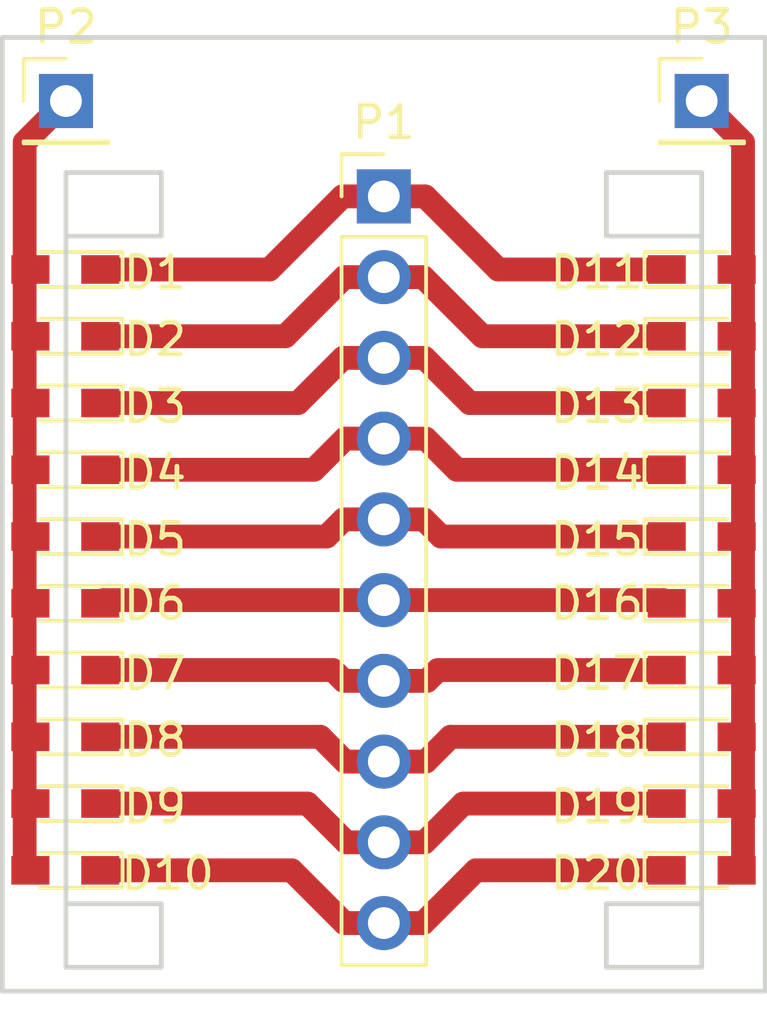
<source format=kicad_pcb>
(kicad_pcb (version 4) (host pcbnew 4.0.7)

  (general
    (links 40)
    (no_connects 18)
    (area 128.366667 84.295 172.333334 116.865)
    (thickness 1.6)
    (drawings 22)
    (tracks 64)
    (zones 0)
    (modules 23)
    (nets 13)
  )

  (page A4)
  (layers
    (0 F.Cu signal)
    (31 B.Cu signal)
    (32 B.Adhes user)
    (33 F.Adhes user)
    (34 B.Paste user)
    (35 F.Paste user)
    (36 B.SilkS user)
    (37 F.SilkS user hide)
    (38 B.Mask user)
    (39 F.Mask user)
    (40 Dwgs.User user)
    (41 Cmts.User user)
    (42 Eco1.User user)
    (43 Eco2.User user)
    (44 Edge.Cuts user)
    (45 Margin user)
    (46 B.CrtYd user)
    (47 F.CrtYd user)
    (48 B.Fab user)
    (49 F.Fab user)
  )

  (setup
    (last_trace_width 0.75)
    (trace_clearance 0.2)
    (zone_clearance 0.508)
    (zone_45_only no)
    (trace_min 0.2)
    (segment_width 0.2)
    (edge_width 0.15)
    (via_size 0.6)
    (via_drill 0.4)
    (via_min_size 0.4)
    (via_min_drill 0.3)
    (uvia_size 0.3)
    (uvia_drill 0.1)
    (uvias_allowed no)
    (uvia_min_size 0.2)
    (uvia_min_drill 0.1)
    (pcb_text_width 0.3)
    (pcb_text_size 1.5 1.5)
    (mod_edge_width 0.15)
    (mod_text_size 1 1)
    (mod_text_width 0.15)
    (pad_size 1.524 1.524)
    (pad_drill 0.762)
    (pad_to_mask_clearance 0.2)
    (aux_axis_origin 138.4 115.6)
    (visible_elements 7FFFFFFF)
    (pcbplotparams
      (layerselection 0x010f0_80000001)
      (usegerberextensions false)
      (excludeedgelayer true)
      (linewidth 0.100000)
      (plotframeref false)
      (viasonmask false)
      (mode 1)
      (useauxorigin false)
      (hpglpennumber 1)
      (hpglpenspeed 20)
      (hpglpendiameter 15)
      (hpglpenoverlay 2)
      (psnegative false)
      (psa4output false)
      (plotreference true)
      (plotvalue true)
      (plotinvisibletext false)
      (padsonsilk false)
      (subtractmaskfromsilk false)
      (outputformat 4)
      (mirror false)
      (drillshape 0)
      (scaleselection 1)
      (outputdirectory export))
  )

  (net 0 "")
  (net 1 "Net-(D1-Pad2)")
  (net 2 DGT0)
  (net 3 DGT1)
  (net 4 DGT2)
  (net 5 DGT3)
  (net 6 DGT4)
  (net 7 DGT5)
  (net 8 DGT6)
  (net 9 DGT7)
  (net 10 DGT8)
  (net 11 DGT9)
  (net 12 "Net-(D11-Pad2)")

  (net_class Default "This is the default net class."
    (clearance 0.2)
    (trace_width 0.75)
    (via_dia 0.6)
    (via_drill 0.4)
    (uvia_dia 0.3)
    (uvia_drill 0.1)
    (add_net DGT0)
    (add_net DGT1)
    (add_net DGT2)
    (add_net DGT3)
    (add_net DGT4)
    (add_net DGT5)
    (add_net DGT6)
    (add_net DGT7)
    (add_net DGT8)
    (add_net DGT9)
    (add_net "Net-(D1-Pad2)")
    (add_net "Net-(D11-Pad2)")
  )

  (module LEDs:LED_0603_HandSoldering (layer F.Cu) (tedit 5B4BA356) (tstamp 5ABFA85C)
    (at 140.381 92.9 180)
    (descr "LED SMD 0603, hand soldering")
    (tags "LED 0603")
    (path /5B4B8258)
    (attr smd)
    (fp_text reference D1 (at -2.819 -0.1 180) (layer F.SilkS)
      (effects (font (size 1 1) (thickness 0.15)))
    )
    (fp_text value Led_Small (at 6.181 0 180) (layer F.Fab) hide
      (effects (font (size 1 1) (thickness 0.15)))
    )
    (fp_line (start -1.8 -0.55) (end -1.8 0.55) (layer F.SilkS) (width 0.12))
    (fp_line (start -0.2 -0.2) (end -0.2 0.2) (layer F.Fab) (width 0.1))
    (fp_line (start -0.15 0) (end 0.15 -0.2) (layer F.Fab) (width 0.1))
    (fp_line (start 0.15 0.2) (end -0.15 0) (layer F.Fab) (width 0.1))
    (fp_line (start 0.15 -0.2) (end 0.15 0.2) (layer F.Fab) (width 0.1))
    (fp_line (start 0.8 0.4) (end -0.8 0.4) (layer F.Fab) (width 0.1))
    (fp_line (start 0.8 -0.4) (end 0.8 0.4) (layer F.Fab) (width 0.1))
    (fp_line (start -0.8 -0.4) (end 0.8 -0.4) (layer F.Fab) (width 0.1))
    (fp_line (start -1.8 0.55) (end 0.8 0.55) (layer F.SilkS) (width 0.12))
    (fp_line (start -1.8 -0.55) (end 0.8 -0.55) (layer F.SilkS) (width 0.12))
    (fp_line (start -1.96 -0.7) (end 1.95 -0.7) (layer F.CrtYd) (width 0.05))
    (fp_line (start -1.96 -0.7) (end -1.96 0.7) (layer F.CrtYd) (width 0.05))
    (fp_line (start 1.95 0.7) (end 1.95 -0.7) (layer F.CrtYd) (width 0.05))
    (fp_line (start 1.95 0.7) (end -1.96 0.7) (layer F.CrtYd) (width 0.05))
    (fp_line (start -0.8 -0.4) (end -0.8 0.4) (layer F.Fab) (width 0.1))
    (pad 1 smd rect (at -1.1 0 180) (size 1.2 0.9) (layers F.Cu F.Paste F.Mask)
      (net 2 DGT0))
    (pad 2 smd rect (at 1.1 0 180) (size 1.2 0.9) (layers F.Cu F.Paste F.Mask)
      (net 1 "Net-(D1-Pad2)"))
    (model ${KISYS3DMOD}/LEDs.3dshapes/LED_0603.wrl
      (at (xyz 0 0 0))
      (scale (xyz 1 1 1))
      (rotate (xyz 0 0 180))
    )
  )

  (module LEDs:LED_0603_HandSoldering (layer F.Cu) (tedit 5B4BA35E) (tstamp 5ABFA862)
    (at 140.381 95 180)
    (descr "LED SMD 0603, hand soldering")
    (tags "LED 0603")
    (path /5B4B825E)
    (attr smd)
    (fp_text reference D2 (at -2.819 -0.1 180) (layer F.SilkS)
      (effects (font (size 1 1) (thickness 0.15)))
    )
    (fp_text value Led_Small (at 6.181 -0.2 180) (layer F.Fab) hide
      (effects (font (size 1 1) (thickness 0.15)))
    )
    (fp_line (start -1.8 -0.55) (end -1.8 0.55) (layer F.SilkS) (width 0.12))
    (fp_line (start -0.2 -0.2) (end -0.2 0.2) (layer F.Fab) (width 0.1))
    (fp_line (start -0.15 0) (end 0.15 -0.2) (layer F.Fab) (width 0.1))
    (fp_line (start 0.15 0.2) (end -0.15 0) (layer F.Fab) (width 0.1))
    (fp_line (start 0.15 -0.2) (end 0.15 0.2) (layer F.Fab) (width 0.1))
    (fp_line (start 0.8 0.4) (end -0.8 0.4) (layer F.Fab) (width 0.1))
    (fp_line (start 0.8 -0.4) (end 0.8 0.4) (layer F.Fab) (width 0.1))
    (fp_line (start -0.8 -0.4) (end 0.8 -0.4) (layer F.Fab) (width 0.1))
    (fp_line (start -1.8 0.55) (end 0.8 0.55) (layer F.SilkS) (width 0.12))
    (fp_line (start -1.8 -0.55) (end 0.8 -0.55) (layer F.SilkS) (width 0.12))
    (fp_line (start -1.96 -0.7) (end 1.95 -0.7) (layer F.CrtYd) (width 0.05))
    (fp_line (start -1.96 -0.7) (end -1.96 0.7) (layer F.CrtYd) (width 0.05))
    (fp_line (start 1.95 0.7) (end 1.95 -0.7) (layer F.CrtYd) (width 0.05))
    (fp_line (start 1.95 0.7) (end -1.96 0.7) (layer F.CrtYd) (width 0.05))
    (fp_line (start -0.8 -0.4) (end -0.8 0.4) (layer F.Fab) (width 0.1))
    (pad 1 smd rect (at -1.1 0 180) (size 1.2 0.9) (layers F.Cu F.Paste F.Mask)
      (net 3 DGT1))
    (pad 2 smd rect (at 1.1 0 180) (size 1.2 0.9) (layers F.Cu F.Paste F.Mask)
      (net 1 "Net-(D1-Pad2)"))
    (model ${KISYS3DMOD}/LEDs.3dshapes/LED_0603.wrl
      (at (xyz 0 0 0))
      (scale (xyz 1 1 1))
      (rotate (xyz 0 0 180))
    )
  )

  (module LEDs:LED_0603_HandSoldering (layer F.Cu) (tedit 5B4BA34B) (tstamp 5ABFA868)
    (at 140.381 97.1 180)
    (descr "LED SMD 0603, hand soldering")
    (tags "LED 0603")
    (path /5B4B8264)
    (attr smd)
    (fp_text reference D3 (at -2.819 -0.1 180) (layer F.SilkS)
      (effects (font (size 1 1) (thickness 0.15)))
    )
    (fp_text value Led_Small (at 6.181 -0.3 180) (layer F.Fab) hide
      (effects (font (size 1 1) (thickness 0.15)))
    )
    (fp_line (start -1.8 -0.55) (end -1.8 0.55) (layer F.SilkS) (width 0.12))
    (fp_line (start -0.2 -0.2) (end -0.2 0.2) (layer F.Fab) (width 0.1))
    (fp_line (start -0.15 0) (end 0.15 -0.2) (layer F.Fab) (width 0.1))
    (fp_line (start 0.15 0.2) (end -0.15 0) (layer F.Fab) (width 0.1))
    (fp_line (start 0.15 -0.2) (end 0.15 0.2) (layer F.Fab) (width 0.1))
    (fp_line (start 0.8 0.4) (end -0.8 0.4) (layer F.Fab) (width 0.1))
    (fp_line (start 0.8 -0.4) (end 0.8 0.4) (layer F.Fab) (width 0.1))
    (fp_line (start -0.8 -0.4) (end 0.8 -0.4) (layer F.Fab) (width 0.1))
    (fp_line (start -1.8 0.55) (end 0.8 0.55) (layer F.SilkS) (width 0.12))
    (fp_line (start -1.8 -0.55) (end 0.8 -0.55) (layer F.SilkS) (width 0.12))
    (fp_line (start -1.96 -0.7) (end 1.95 -0.7) (layer F.CrtYd) (width 0.05))
    (fp_line (start -1.96 -0.7) (end -1.96 0.7) (layer F.CrtYd) (width 0.05))
    (fp_line (start 1.95 0.7) (end 1.95 -0.7) (layer F.CrtYd) (width 0.05))
    (fp_line (start 1.95 0.7) (end -1.96 0.7) (layer F.CrtYd) (width 0.05))
    (fp_line (start -0.8 -0.4) (end -0.8 0.4) (layer F.Fab) (width 0.1))
    (pad 1 smd rect (at -1.1 0 180) (size 1.2 0.9) (layers F.Cu F.Paste F.Mask)
      (net 4 DGT2))
    (pad 2 smd rect (at 1.1 0 180) (size 1.2 0.9) (layers F.Cu F.Paste F.Mask)
      (net 1 "Net-(D1-Pad2)"))
    (model ${KISYS3DMOD}/LEDs.3dshapes/LED_0603.wrl
      (at (xyz 0 0 0))
      (scale (xyz 1 1 1))
      (rotate (xyz 0 0 180))
    )
  )

  (module LEDs:LED_0603_HandSoldering (layer F.Cu) (tedit 5B4BA32E) (tstamp 5ABFA86E)
    (at 140.381 99.2 180)
    (descr "LED SMD 0603, hand soldering")
    (tags "LED 0603")
    (path /5B4B826A)
    (attr smd)
    (fp_text reference D4 (at -2.819 -0.1 180) (layer F.SilkS)
      (effects (font (size 1 1) (thickness 0.15)))
    )
    (fp_text value Led_Small (at 6.181 -0.1 180) (layer F.Fab) hide
      (effects (font (size 1 1) (thickness 0.15)))
    )
    (fp_line (start -1.8 -0.55) (end -1.8 0.55) (layer F.SilkS) (width 0.12))
    (fp_line (start -0.2 -0.2) (end -0.2 0.2) (layer F.Fab) (width 0.1))
    (fp_line (start -0.15 0) (end 0.15 -0.2) (layer F.Fab) (width 0.1))
    (fp_line (start 0.15 0.2) (end -0.15 0) (layer F.Fab) (width 0.1))
    (fp_line (start 0.15 -0.2) (end 0.15 0.2) (layer F.Fab) (width 0.1))
    (fp_line (start 0.8 0.4) (end -0.8 0.4) (layer F.Fab) (width 0.1))
    (fp_line (start 0.8 -0.4) (end 0.8 0.4) (layer F.Fab) (width 0.1))
    (fp_line (start -0.8 -0.4) (end 0.8 -0.4) (layer F.Fab) (width 0.1))
    (fp_line (start -1.8 0.55) (end 0.8 0.55) (layer F.SilkS) (width 0.12))
    (fp_line (start -1.8 -0.55) (end 0.8 -0.55) (layer F.SilkS) (width 0.12))
    (fp_line (start -1.96 -0.7) (end 1.95 -0.7) (layer F.CrtYd) (width 0.05))
    (fp_line (start -1.96 -0.7) (end -1.96 0.7) (layer F.CrtYd) (width 0.05))
    (fp_line (start 1.95 0.7) (end 1.95 -0.7) (layer F.CrtYd) (width 0.05))
    (fp_line (start 1.95 0.7) (end -1.96 0.7) (layer F.CrtYd) (width 0.05))
    (fp_line (start -0.8 -0.4) (end -0.8 0.4) (layer F.Fab) (width 0.1))
    (pad 1 smd rect (at -1.1 0 180) (size 1.2 0.9) (layers F.Cu F.Paste F.Mask)
      (net 5 DGT3))
    (pad 2 smd rect (at 1.1 0 180) (size 1.2 0.9) (layers F.Cu F.Paste F.Mask)
      (net 1 "Net-(D1-Pad2)"))
    (model ${KISYS3DMOD}/LEDs.3dshapes/LED_0603.wrl
      (at (xyz 0 0 0))
      (scale (xyz 1 1 1))
      (rotate (xyz 0 0 180))
    )
  )

  (module LEDs:LED_0603_HandSoldering (layer F.Cu) (tedit 5B4BA327) (tstamp 5ABFA874)
    (at 140.381 101.3 180)
    (descr "LED SMD 0603, hand soldering")
    (tags "LED 0603")
    (path /5B4B8270)
    (attr smd)
    (fp_text reference D5 (at -2.819 -0.1 180) (layer F.SilkS)
      (effects (font (size 1 1) (thickness 0.15)))
    )
    (fp_text value Led_Small (at 6.181 -0.1 180) (layer F.Fab) hide
      (effects (font (size 1 1) (thickness 0.15)))
    )
    (fp_line (start -1.8 -0.55) (end -1.8 0.55) (layer F.SilkS) (width 0.12))
    (fp_line (start -0.2 -0.2) (end -0.2 0.2) (layer F.Fab) (width 0.1))
    (fp_line (start -0.15 0) (end 0.15 -0.2) (layer F.Fab) (width 0.1))
    (fp_line (start 0.15 0.2) (end -0.15 0) (layer F.Fab) (width 0.1))
    (fp_line (start 0.15 -0.2) (end 0.15 0.2) (layer F.Fab) (width 0.1))
    (fp_line (start 0.8 0.4) (end -0.8 0.4) (layer F.Fab) (width 0.1))
    (fp_line (start 0.8 -0.4) (end 0.8 0.4) (layer F.Fab) (width 0.1))
    (fp_line (start -0.8 -0.4) (end 0.8 -0.4) (layer F.Fab) (width 0.1))
    (fp_line (start -1.8 0.55) (end 0.8 0.55) (layer F.SilkS) (width 0.12))
    (fp_line (start -1.8 -0.55) (end 0.8 -0.55) (layer F.SilkS) (width 0.12))
    (fp_line (start -1.96 -0.7) (end 1.95 -0.7) (layer F.CrtYd) (width 0.05))
    (fp_line (start -1.96 -0.7) (end -1.96 0.7) (layer F.CrtYd) (width 0.05))
    (fp_line (start 1.95 0.7) (end 1.95 -0.7) (layer F.CrtYd) (width 0.05))
    (fp_line (start 1.95 0.7) (end -1.96 0.7) (layer F.CrtYd) (width 0.05))
    (fp_line (start -0.8 -0.4) (end -0.8 0.4) (layer F.Fab) (width 0.1))
    (pad 1 smd rect (at -1.1 0 180) (size 1.2 0.9) (layers F.Cu F.Paste F.Mask)
      (net 6 DGT4))
    (pad 2 smd rect (at 1.1 0 180) (size 1.2 0.9) (layers F.Cu F.Paste F.Mask)
      (net 1 "Net-(D1-Pad2)"))
    (model ${KISYS3DMOD}/LEDs.3dshapes/LED_0603.wrl
      (at (xyz 0 0 0))
      (scale (xyz 1 1 1))
      (rotate (xyz 0 0 180))
    )
  )

  (module LEDs:LED_0603_HandSoldering (layer F.Cu) (tedit 5B4BA321) (tstamp 5ABFA87A)
    (at 140.381 103.4 180)
    (descr "LED SMD 0603, hand soldering")
    (tags "LED 0603")
    (path /5B4B8276)
    (attr smd)
    (fp_text reference D6 (at -2.819 0 180) (layer F.SilkS)
      (effects (font (size 1 1) (thickness 0.15)))
    )
    (fp_text value Led_Small (at 6.181 -0.3 180) (layer F.Fab) hide
      (effects (font (size 1 1) (thickness 0.15)))
    )
    (fp_line (start -1.8 -0.55) (end -1.8 0.55) (layer F.SilkS) (width 0.12))
    (fp_line (start -0.2 -0.2) (end -0.2 0.2) (layer F.Fab) (width 0.1))
    (fp_line (start -0.15 0) (end 0.15 -0.2) (layer F.Fab) (width 0.1))
    (fp_line (start 0.15 0.2) (end -0.15 0) (layer F.Fab) (width 0.1))
    (fp_line (start 0.15 -0.2) (end 0.15 0.2) (layer F.Fab) (width 0.1))
    (fp_line (start 0.8 0.4) (end -0.8 0.4) (layer F.Fab) (width 0.1))
    (fp_line (start 0.8 -0.4) (end 0.8 0.4) (layer F.Fab) (width 0.1))
    (fp_line (start -0.8 -0.4) (end 0.8 -0.4) (layer F.Fab) (width 0.1))
    (fp_line (start -1.8 0.55) (end 0.8 0.55) (layer F.SilkS) (width 0.12))
    (fp_line (start -1.8 -0.55) (end 0.8 -0.55) (layer F.SilkS) (width 0.12))
    (fp_line (start -1.96 -0.7) (end 1.95 -0.7) (layer F.CrtYd) (width 0.05))
    (fp_line (start -1.96 -0.7) (end -1.96 0.7) (layer F.CrtYd) (width 0.05))
    (fp_line (start 1.95 0.7) (end 1.95 -0.7) (layer F.CrtYd) (width 0.05))
    (fp_line (start 1.95 0.7) (end -1.96 0.7) (layer F.CrtYd) (width 0.05))
    (fp_line (start -0.8 -0.4) (end -0.8 0.4) (layer F.Fab) (width 0.1))
    (pad 1 smd rect (at -1.1 0 180) (size 1.2 0.9) (layers F.Cu F.Paste F.Mask)
      (net 7 DGT5))
    (pad 2 smd rect (at 1.1 0 180) (size 1.2 0.9) (layers F.Cu F.Paste F.Mask)
      (net 1 "Net-(D1-Pad2)"))
    (model ${KISYS3DMOD}/LEDs.3dshapes/LED_0603.wrl
      (at (xyz 0 0 0))
      (scale (xyz 1 1 1))
      (rotate (xyz 0 0 180))
    )
  )

  (module LEDs:LED_0603_HandSoldering (layer F.Cu) (tedit 5B4BA368) (tstamp 5ABFA880)
    (at 140.381 105.5 180)
    (descr "LED SMD 0603, hand soldering")
    (tags "LED 0603")
    (path /5B4B827C)
    (attr smd)
    (fp_text reference D7 (at -2.819 -0.1 180) (layer F.SilkS)
      (effects (font (size 1 1) (thickness 0.15)))
    )
    (fp_text value Led_Small (at 6.181 -0.1 180) (layer F.Fab) hide
      (effects (font (size 1 1) (thickness 0.15)))
    )
    (fp_line (start -1.8 -0.55) (end -1.8 0.55) (layer F.SilkS) (width 0.12))
    (fp_line (start -0.2 -0.2) (end -0.2 0.2) (layer F.Fab) (width 0.1))
    (fp_line (start -0.15 0) (end 0.15 -0.2) (layer F.Fab) (width 0.1))
    (fp_line (start 0.15 0.2) (end -0.15 0) (layer F.Fab) (width 0.1))
    (fp_line (start 0.15 -0.2) (end 0.15 0.2) (layer F.Fab) (width 0.1))
    (fp_line (start 0.8 0.4) (end -0.8 0.4) (layer F.Fab) (width 0.1))
    (fp_line (start 0.8 -0.4) (end 0.8 0.4) (layer F.Fab) (width 0.1))
    (fp_line (start -0.8 -0.4) (end 0.8 -0.4) (layer F.Fab) (width 0.1))
    (fp_line (start -1.8 0.55) (end 0.8 0.55) (layer F.SilkS) (width 0.12))
    (fp_line (start -1.8 -0.55) (end 0.8 -0.55) (layer F.SilkS) (width 0.12))
    (fp_line (start -1.96 -0.7) (end 1.95 -0.7) (layer F.CrtYd) (width 0.05))
    (fp_line (start -1.96 -0.7) (end -1.96 0.7) (layer F.CrtYd) (width 0.05))
    (fp_line (start 1.95 0.7) (end 1.95 -0.7) (layer F.CrtYd) (width 0.05))
    (fp_line (start 1.95 0.7) (end -1.96 0.7) (layer F.CrtYd) (width 0.05))
    (fp_line (start -0.8 -0.4) (end -0.8 0.4) (layer F.Fab) (width 0.1))
    (pad 1 smd rect (at -1.1 0 180) (size 1.2 0.9) (layers F.Cu F.Paste F.Mask)
      (net 8 DGT6))
    (pad 2 smd rect (at 1.1 0 180) (size 1.2 0.9) (layers F.Cu F.Paste F.Mask)
      (net 1 "Net-(D1-Pad2)"))
    (model ${KISYS3DMOD}/LEDs.3dshapes/LED_0603.wrl
      (at (xyz 0 0 0))
      (scale (xyz 1 1 1))
      (rotate (xyz 0 0 180))
    )
  )

  (module LEDs:LED_0603_HandSoldering (layer F.Cu) (tedit 5B4BA317) (tstamp 5ABFA886)
    (at 140.381 107.6 180)
    (descr "LED SMD 0603, hand soldering")
    (tags "LED 0603")
    (path /5B4B8282)
    (attr smd)
    (fp_text reference D8 (at -2.819 -0.1 180) (layer F.SilkS)
      (effects (font (size 1 1) (thickness 0.15)))
    )
    (fp_text value Led_Small (at 6.181 -0.1 180) (layer F.Fab) hide
      (effects (font (size 1 1) (thickness 0.15)))
    )
    (fp_line (start -1.8 -0.55) (end -1.8 0.55) (layer F.SilkS) (width 0.12))
    (fp_line (start -0.2 -0.2) (end -0.2 0.2) (layer F.Fab) (width 0.1))
    (fp_line (start -0.15 0) (end 0.15 -0.2) (layer F.Fab) (width 0.1))
    (fp_line (start 0.15 0.2) (end -0.15 0) (layer F.Fab) (width 0.1))
    (fp_line (start 0.15 -0.2) (end 0.15 0.2) (layer F.Fab) (width 0.1))
    (fp_line (start 0.8 0.4) (end -0.8 0.4) (layer F.Fab) (width 0.1))
    (fp_line (start 0.8 -0.4) (end 0.8 0.4) (layer F.Fab) (width 0.1))
    (fp_line (start -0.8 -0.4) (end 0.8 -0.4) (layer F.Fab) (width 0.1))
    (fp_line (start -1.8 0.55) (end 0.8 0.55) (layer F.SilkS) (width 0.12))
    (fp_line (start -1.8 -0.55) (end 0.8 -0.55) (layer F.SilkS) (width 0.12))
    (fp_line (start -1.96 -0.7) (end 1.95 -0.7) (layer F.CrtYd) (width 0.05))
    (fp_line (start -1.96 -0.7) (end -1.96 0.7) (layer F.CrtYd) (width 0.05))
    (fp_line (start 1.95 0.7) (end 1.95 -0.7) (layer F.CrtYd) (width 0.05))
    (fp_line (start 1.95 0.7) (end -1.96 0.7) (layer F.CrtYd) (width 0.05))
    (fp_line (start -0.8 -0.4) (end -0.8 0.4) (layer F.Fab) (width 0.1))
    (pad 1 smd rect (at -1.1 0 180) (size 1.2 0.9) (layers F.Cu F.Paste F.Mask)
      (net 9 DGT7))
    (pad 2 smd rect (at 1.1 0 180) (size 1.2 0.9) (layers F.Cu F.Paste F.Mask)
      (net 1 "Net-(D1-Pad2)"))
    (model ${KISYS3DMOD}/LEDs.3dshapes/LED_0603.wrl
      (at (xyz 0 0 0))
      (scale (xyz 1 1 1))
      (rotate (xyz 0 0 180))
    )
  )

  (module LEDs:LED_0603_HandSoldering (layer F.Cu) (tedit 5B4BA311) (tstamp 5ABFA88C)
    (at 140.381 109.7 180)
    (descr "LED SMD 0603, hand soldering")
    (tags "LED 0603")
    (path /5B4B8288)
    (attr smd)
    (fp_text reference D9 (at -2.819 -0.1 180) (layer F.SilkS)
      (effects (font (size 1 1) (thickness 0.15)))
    )
    (fp_text value Led_Small (at 6.181 0 180) (layer F.Fab) hide
      (effects (font (size 1 1) (thickness 0.15)))
    )
    (fp_line (start -1.8 -0.55) (end -1.8 0.55) (layer F.SilkS) (width 0.12))
    (fp_line (start -0.2 -0.2) (end -0.2 0.2) (layer F.Fab) (width 0.1))
    (fp_line (start -0.15 0) (end 0.15 -0.2) (layer F.Fab) (width 0.1))
    (fp_line (start 0.15 0.2) (end -0.15 0) (layer F.Fab) (width 0.1))
    (fp_line (start 0.15 -0.2) (end 0.15 0.2) (layer F.Fab) (width 0.1))
    (fp_line (start 0.8 0.4) (end -0.8 0.4) (layer F.Fab) (width 0.1))
    (fp_line (start 0.8 -0.4) (end 0.8 0.4) (layer F.Fab) (width 0.1))
    (fp_line (start -0.8 -0.4) (end 0.8 -0.4) (layer F.Fab) (width 0.1))
    (fp_line (start -1.8 0.55) (end 0.8 0.55) (layer F.SilkS) (width 0.12))
    (fp_line (start -1.8 -0.55) (end 0.8 -0.55) (layer F.SilkS) (width 0.12))
    (fp_line (start -1.96 -0.7) (end 1.95 -0.7) (layer F.CrtYd) (width 0.05))
    (fp_line (start -1.96 -0.7) (end -1.96 0.7) (layer F.CrtYd) (width 0.05))
    (fp_line (start 1.95 0.7) (end 1.95 -0.7) (layer F.CrtYd) (width 0.05))
    (fp_line (start 1.95 0.7) (end -1.96 0.7) (layer F.CrtYd) (width 0.05))
    (fp_line (start -0.8 -0.4) (end -0.8 0.4) (layer F.Fab) (width 0.1))
    (pad 1 smd rect (at -1.1 0 180) (size 1.2 0.9) (layers F.Cu F.Paste F.Mask)
      (net 10 DGT8))
    (pad 2 smd rect (at 1.1 0 180) (size 1.2 0.9) (layers F.Cu F.Paste F.Mask)
      (net 1 "Net-(D1-Pad2)"))
    (model ${KISYS3DMOD}/LEDs.3dshapes/LED_0603.wrl
      (at (xyz 0 0 0))
      (scale (xyz 1 1 1))
      (rotate (xyz 0 0 180))
    )
  )

  (module LEDs:LED_0603_HandSoldering (layer F.Cu) (tedit 5B4BA30B) (tstamp 5ABFA892)
    (at 140.381 111.8 180)
    (descr "LED SMD 0603, hand soldering")
    (tags "LED 0603")
    (path /5B4B8359)
    (attr smd)
    (fp_text reference D10 (at -3.219 -0.1 180) (layer F.SilkS)
      (effects (font (size 1 1) (thickness 0.15)))
    )
    (fp_text value Led_Small (at 6.181 0.1 180) (layer F.Fab) hide
      (effects (font (size 1 1) (thickness 0.15)))
    )
    (fp_line (start -1.8 -0.55) (end -1.8 0.55) (layer F.SilkS) (width 0.12))
    (fp_line (start -0.2 -0.2) (end -0.2 0.2) (layer F.Fab) (width 0.1))
    (fp_line (start -0.15 0) (end 0.15 -0.2) (layer F.Fab) (width 0.1))
    (fp_line (start 0.15 0.2) (end -0.15 0) (layer F.Fab) (width 0.1))
    (fp_line (start 0.15 -0.2) (end 0.15 0.2) (layer F.Fab) (width 0.1))
    (fp_line (start 0.8 0.4) (end -0.8 0.4) (layer F.Fab) (width 0.1))
    (fp_line (start 0.8 -0.4) (end 0.8 0.4) (layer F.Fab) (width 0.1))
    (fp_line (start -0.8 -0.4) (end 0.8 -0.4) (layer F.Fab) (width 0.1))
    (fp_line (start -1.8 0.55) (end 0.8 0.55) (layer F.SilkS) (width 0.12))
    (fp_line (start -1.8 -0.55) (end 0.8 -0.55) (layer F.SilkS) (width 0.12))
    (fp_line (start -1.96 -0.7) (end 1.95 -0.7) (layer F.CrtYd) (width 0.05))
    (fp_line (start -1.96 -0.7) (end -1.96 0.7) (layer F.CrtYd) (width 0.05))
    (fp_line (start 1.95 0.7) (end 1.95 -0.7) (layer F.CrtYd) (width 0.05))
    (fp_line (start 1.95 0.7) (end -1.96 0.7) (layer F.CrtYd) (width 0.05))
    (fp_line (start -0.8 -0.4) (end -0.8 0.4) (layer F.Fab) (width 0.1))
    (pad 1 smd rect (at -1.1 0 180) (size 1.2 0.9) (layers F.Cu F.Paste F.Mask)
      (net 11 DGT9))
    (pad 2 smd rect (at 1.1 0 180) (size 1.2 0.9) (layers F.Cu F.Paste F.Mask)
      (net 1 "Net-(D1-Pad2)"))
    (model ${KISYS3DMOD}/LEDs.3dshapes/LED_0603.wrl
      (at (xyz 0 0 0))
      (scale (xyz 1 1 1))
      (rotate (xyz 0 0 180))
    )
  )

  (module LEDs:LED_0603_HandSoldering (layer F.Cu) (tedit 5B4BA3DB) (tstamp 5B4B8D55)
    (at 160.4 92.9)
    (descr "LED SMD 0603, hand soldering")
    (tags "LED 0603")
    (path /5B4BB261)
    (attr smd)
    (fp_text reference D11 (at -3.3 0.1) (layer F.SilkS)
      (effects (font (size 1 1) (thickness 0.15)))
    )
    (fp_text value Led_Small (at 5.8 0.1) (layer F.Fab) hide
      (effects (font (size 1 1) (thickness 0.15)))
    )
    (fp_line (start -1.8 -0.55) (end -1.8 0.55) (layer F.SilkS) (width 0.12))
    (fp_line (start -0.2 -0.2) (end -0.2 0.2) (layer F.Fab) (width 0.1))
    (fp_line (start -0.15 0) (end 0.15 -0.2) (layer F.Fab) (width 0.1))
    (fp_line (start 0.15 0.2) (end -0.15 0) (layer F.Fab) (width 0.1))
    (fp_line (start 0.15 -0.2) (end 0.15 0.2) (layer F.Fab) (width 0.1))
    (fp_line (start 0.8 0.4) (end -0.8 0.4) (layer F.Fab) (width 0.1))
    (fp_line (start 0.8 -0.4) (end 0.8 0.4) (layer F.Fab) (width 0.1))
    (fp_line (start -0.8 -0.4) (end 0.8 -0.4) (layer F.Fab) (width 0.1))
    (fp_line (start -1.8 0.55) (end 0.8 0.55) (layer F.SilkS) (width 0.12))
    (fp_line (start -1.8 -0.55) (end 0.8 -0.55) (layer F.SilkS) (width 0.12))
    (fp_line (start -1.96 -0.7) (end 1.95 -0.7) (layer F.CrtYd) (width 0.05))
    (fp_line (start -1.96 -0.7) (end -1.96 0.7) (layer F.CrtYd) (width 0.05))
    (fp_line (start 1.95 0.7) (end 1.95 -0.7) (layer F.CrtYd) (width 0.05))
    (fp_line (start 1.95 0.7) (end -1.96 0.7) (layer F.CrtYd) (width 0.05))
    (fp_line (start -0.8 -0.4) (end -0.8 0.4) (layer F.Fab) (width 0.1))
    (pad 1 smd rect (at -1.1 0) (size 1.2 0.9) (layers F.Cu F.Paste F.Mask)
      (net 2 DGT0))
    (pad 2 smd rect (at 1.1 0) (size 1.2 0.9) (layers F.Cu F.Paste F.Mask)
      (net 12 "Net-(D11-Pad2)"))
    (model ${KISYS3DMOD}/LEDs.3dshapes/LED_0603.wrl
      (at (xyz 0 0 0))
      (scale (xyz 1 1 1))
      (rotate (xyz 0 0 180))
    )
  )

  (module LEDs:LED_0603_HandSoldering (layer F.Cu) (tedit 5B4BA448) (tstamp 5B4B8D5B)
    (at 160.4 95)
    (descr "LED SMD 0603, hand soldering")
    (tags "LED 0603")
    (path /5B4BB267)
    (attr smd)
    (fp_text reference D12 (at -3.3 0.1) (layer F.SilkS)
      (effects (font (size 1 1) (thickness 0.15)))
    )
    (fp_text value Led_Small (at 5.8 0.2) (layer F.Fab) hide
      (effects (font (size 1 1) (thickness 0.15)))
    )
    (fp_line (start -1.8 -0.55) (end -1.8 0.55) (layer F.SilkS) (width 0.12))
    (fp_line (start -0.2 -0.2) (end -0.2 0.2) (layer F.Fab) (width 0.1))
    (fp_line (start -0.15 0) (end 0.15 -0.2) (layer F.Fab) (width 0.1))
    (fp_line (start 0.15 0.2) (end -0.15 0) (layer F.Fab) (width 0.1))
    (fp_line (start 0.15 -0.2) (end 0.15 0.2) (layer F.Fab) (width 0.1))
    (fp_line (start 0.8 0.4) (end -0.8 0.4) (layer F.Fab) (width 0.1))
    (fp_line (start 0.8 -0.4) (end 0.8 0.4) (layer F.Fab) (width 0.1))
    (fp_line (start -0.8 -0.4) (end 0.8 -0.4) (layer F.Fab) (width 0.1))
    (fp_line (start -1.8 0.55) (end 0.8 0.55) (layer F.SilkS) (width 0.12))
    (fp_line (start -1.8 -0.55) (end 0.8 -0.55) (layer F.SilkS) (width 0.12))
    (fp_line (start -1.96 -0.7) (end 1.95 -0.7) (layer F.CrtYd) (width 0.05))
    (fp_line (start -1.96 -0.7) (end -1.96 0.7) (layer F.CrtYd) (width 0.05))
    (fp_line (start 1.95 0.7) (end 1.95 -0.7) (layer F.CrtYd) (width 0.05))
    (fp_line (start 1.95 0.7) (end -1.96 0.7) (layer F.CrtYd) (width 0.05))
    (fp_line (start -0.8 -0.4) (end -0.8 0.4) (layer F.Fab) (width 0.1))
    (pad 1 smd rect (at -1.1 0) (size 1.2 0.9) (layers F.Cu F.Paste F.Mask)
      (net 3 DGT1))
    (pad 2 smd rect (at 1.1 0) (size 1.2 0.9) (layers F.Cu F.Paste F.Mask)
      (net 12 "Net-(D11-Pad2)"))
    (model ${KISYS3DMOD}/LEDs.3dshapes/LED_0603.wrl
      (at (xyz 0 0 0))
      (scale (xyz 1 1 1))
      (rotate (xyz 0 0 180))
    )
  )

  (module LEDs:LED_0603_HandSoldering (layer F.Cu) (tedit 5B4BA472) (tstamp 5B4B8D61)
    (at 160.4 97.1)
    (descr "LED SMD 0603, hand soldering")
    (tags "LED 0603")
    (path /5B4BB26D)
    (attr smd)
    (fp_text reference D13 (at -3.3 0.1) (layer F.SilkS)
      (effects (font (size 1 1) (thickness 0.15)))
    )
    (fp_text value Led_Small (at 5.8 0.1) (layer F.Fab) hide
      (effects (font (size 1 1) (thickness 0.15)))
    )
    (fp_line (start -1.8 -0.55) (end -1.8 0.55) (layer F.SilkS) (width 0.12))
    (fp_line (start -0.2 -0.2) (end -0.2 0.2) (layer F.Fab) (width 0.1))
    (fp_line (start -0.15 0) (end 0.15 -0.2) (layer F.Fab) (width 0.1))
    (fp_line (start 0.15 0.2) (end -0.15 0) (layer F.Fab) (width 0.1))
    (fp_line (start 0.15 -0.2) (end 0.15 0.2) (layer F.Fab) (width 0.1))
    (fp_line (start 0.8 0.4) (end -0.8 0.4) (layer F.Fab) (width 0.1))
    (fp_line (start 0.8 -0.4) (end 0.8 0.4) (layer F.Fab) (width 0.1))
    (fp_line (start -0.8 -0.4) (end 0.8 -0.4) (layer F.Fab) (width 0.1))
    (fp_line (start -1.8 0.55) (end 0.8 0.55) (layer F.SilkS) (width 0.12))
    (fp_line (start -1.8 -0.55) (end 0.8 -0.55) (layer F.SilkS) (width 0.12))
    (fp_line (start -1.96 -0.7) (end 1.95 -0.7) (layer F.CrtYd) (width 0.05))
    (fp_line (start -1.96 -0.7) (end -1.96 0.7) (layer F.CrtYd) (width 0.05))
    (fp_line (start 1.95 0.7) (end 1.95 -0.7) (layer F.CrtYd) (width 0.05))
    (fp_line (start 1.95 0.7) (end -1.96 0.7) (layer F.CrtYd) (width 0.05))
    (fp_line (start -0.8 -0.4) (end -0.8 0.4) (layer F.Fab) (width 0.1))
    (pad 1 smd rect (at -1.1 0) (size 1.2 0.9) (layers F.Cu F.Paste F.Mask)
      (net 4 DGT2))
    (pad 2 smd rect (at 1.1 0) (size 1.2 0.9) (layers F.Cu F.Paste F.Mask)
      (net 12 "Net-(D11-Pad2)"))
    (model ${KISYS3DMOD}/LEDs.3dshapes/LED_0603.wrl
      (at (xyz 0 0 0))
      (scale (xyz 1 1 1))
      (rotate (xyz 0 0 180))
    )
  )

  (module LEDs:LED_0603_HandSoldering (layer F.Cu) (tedit 5B4BA478) (tstamp 5B4B8D67)
    (at 160.4 99.2)
    (descr "LED SMD 0603, hand soldering")
    (tags "LED 0603")
    (path /5B4BB273)
    (attr smd)
    (fp_text reference D14 (at -3.3 0.1) (layer F.SilkS)
      (effects (font (size 1 1) (thickness 0.15)))
    )
    (fp_text value Led_Small (at 5.8 0.1) (layer F.Fab) hide
      (effects (font (size 1 1) (thickness 0.15)))
    )
    (fp_line (start -1.8 -0.55) (end -1.8 0.55) (layer F.SilkS) (width 0.12))
    (fp_line (start -0.2 -0.2) (end -0.2 0.2) (layer F.Fab) (width 0.1))
    (fp_line (start -0.15 0) (end 0.15 -0.2) (layer F.Fab) (width 0.1))
    (fp_line (start 0.15 0.2) (end -0.15 0) (layer F.Fab) (width 0.1))
    (fp_line (start 0.15 -0.2) (end 0.15 0.2) (layer F.Fab) (width 0.1))
    (fp_line (start 0.8 0.4) (end -0.8 0.4) (layer F.Fab) (width 0.1))
    (fp_line (start 0.8 -0.4) (end 0.8 0.4) (layer F.Fab) (width 0.1))
    (fp_line (start -0.8 -0.4) (end 0.8 -0.4) (layer F.Fab) (width 0.1))
    (fp_line (start -1.8 0.55) (end 0.8 0.55) (layer F.SilkS) (width 0.12))
    (fp_line (start -1.8 -0.55) (end 0.8 -0.55) (layer F.SilkS) (width 0.12))
    (fp_line (start -1.96 -0.7) (end 1.95 -0.7) (layer F.CrtYd) (width 0.05))
    (fp_line (start -1.96 -0.7) (end -1.96 0.7) (layer F.CrtYd) (width 0.05))
    (fp_line (start 1.95 0.7) (end 1.95 -0.7) (layer F.CrtYd) (width 0.05))
    (fp_line (start 1.95 0.7) (end -1.96 0.7) (layer F.CrtYd) (width 0.05))
    (fp_line (start -0.8 -0.4) (end -0.8 0.4) (layer F.Fab) (width 0.1))
    (pad 1 smd rect (at -1.1 0) (size 1.2 0.9) (layers F.Cu F.Paste F.Mask)
      (net 5 DGT3))
    (pad 2 smd rect (at 1.1 0) (size 1.2 0.9) (layers F.Cu F.Paste F.Mask)
      (net 12 "Net-(D11-Pad2)"))
    (model ${KISYS3DMOD}/LEDs.3dshapes/LED_0603.wrl
      (at (xyz 0 0 0))
      (scale (xyz 1 1 1))
      (rotate (xyz 0 0 180))
    )
  )

  (module LEDs:LED_0603_HandSoldering (layer F.Cu) (tedit 5B4BA47F) (tstamp 5B4B8D6D)
    (at 160.4 101.3)
    (descr "LED SMD 0603, hand soldering")
    (tags "LED 0603")
    (path /5B4BB279)
    (attr smd)
    (fp_text reference D15 (at -3.3 0.1) (layer F.SilkS)
      (effects (font (size 1 1) (thickness 0.15)))
    )
    (fp_text value Led_Small (at 5.8 0) (layer F.Fab) hide
      (effects (font (size 1 1) (thickness 0.15)))
    )
    (fp_line (start -1.8 -0.55) (end -1.8 0.55) (layer F.SilkS) (width 0.12))
    (fp_line (start -0.2 -0.2) (end -0.2 0.2) (layer F.Fab) (width 0.1))
    (fp_line (start -0.15 0) (end 0.15 -0.2) (layer F.Fab) (width 0.1))
    (fp_line (start 0.15 0.2) (end -0.15 0) (layer F.Fab) (width 0.1))
    (fp_line (start 0.15 -0.2) (end 0.15 0.2) (layer F.Fab) (width 0.1))
    (fp_line (start 0.8 0.4) (end -0.8 0.4) (layer F.Fab) (width 0.1))
    (fp_line (start 0.8 -0.4) (end 0.8 0.4) (layer F.Fab) (width 0.1))
    (fp_line (start -0.8 -0.4) (end 0.8 -0.4) (layer F.Fab) (width 0.1))
    (fp_line (start -1.8 0.55) (end 0.8 0.55) (layer F.SilkS) (width 0.12))
    (fp_line (start -1.8 -0.55) (end 0.8 -0.55) (layer F.SilkS) (width 0.12))
    (fp_line (start -1.96 -0.7) (end 1.95 -0.7) (layer F.CrtYd) (width 0.05))
    (fp_line (start -1.96 -0.7) (end -1.96 0.7) (layer F.CrtYd) (width 0.05))
    (fp_line (start 1.95 0.7) (end 1.95 -0.7) (layer F.CrtYd) (width 0.05))
    (fp_line (start 1.95 0.7) (end -1.96 0.7) (layer F.CrtYd) (width 0.05))
    (fp_line (start -0.8 -0.4) (end -0.8 0.4) (layer F.Fab) (width 0.1))
    (pad 1 smd rect (at -1.1 0) (size 1.2 0.9) (layers F.Cu F.Paste F.Mask)
      (net 6 DGT4))
    (pad 2 smd rect (at 1.1 0) (size 1.2 0.9) (layers F.Cu F.Paste F.Mask)
      (net 12 "Net-(D11-Pad2)"))
    (model ${KISYS3DMOD}/LEDs.3dshapes/LED_0603.wrl
      (at (xyz 0 0 0))
      (scale (xyz 1 1 1))
      (rotate (xyz 0 0 180))
    )
  )

  (module LEDs:LED_0603_HandSoldering (layer F.Cu) (tedit 5B4BA484) (tstamp 5B4B8D73)
    (at 160.4 103.4)
    (descr "LED SMD 0603, hand soldering")
    (tags "LED 0603")
    (path /5B4BB27F)
    (attr smd)
    (fp_text reference D16 (at -3.3 0) (layer F.SilkS)
      (effects (font (size 1 1) (thickness 0.15)))
    )
    (fp_text value Led_Small (at 5.8 0.1) (layer F.Fab) hide
      (effects (font (size 1 1) (thickness 0.15)))
    )
    (fp_line (start -1.8 -0.55) (end -1.8 0.55) (layer F.SilkS) (width 0.12))
    (fp_line (start -0.2 -0.2) (end -0.2 0.2) (layer F.Fab) (width 0.1))
    (fp_line (start -0.15 0) (end 0.15 -0.2) (layer F.Fab) (width 0.1))
    (fp_line (start 0.15 0.2) (end -0.15 0) (layer F.Fab) (width 0.1))
    (fp_line (start 0.15 -0.2) (end 0.15 0.2) (layer F.Fab) (width 0.1))
    (fp_line (start 0.8 0.4) (end -0.8 0.4) (layer F.Fab) (width 0.1))
    (fp_line (start 0.8 -0.4) (end 0.8 0.4) (layer F.Fab) (width 0.1))
    (fp_line (start -0.8 -0.4) (end 0.8 -0.4) (layer F.Fab) (width 0.1))
    (fp_line (start -1.8 0.55) (end 0.8 0.55) (layer F.SilkS) (width 0.12))
    (fp_line (start -1.8 -0.55) (end 0.8 -0.55) (layer F.SilkS) (width 0.12))
    (fp_line (start -1.96 -0.7) (end 1.95 -0.7) (layer F.CrtYd) (width 0.05))
    (fp_line (start -1.96 -0.7) (end -1.96 0.7) (layer F.CrtYd) (width 0.05))
    (fp_line (start 1.95 0.7) (end 1.95 -0.7) (layer F.CrtYd) (width 0.05))
    (fp_line (start 1.95 0.7) (end -1.96 0.7) (layer F.CrtYd) (width 0.05))
    (fp_line (start -0.8 -0.4) (end -0.8 0.4) (layer F.Fab) (width 0.1))
    (pad 1 smd rect (at -1.1 0) (size 1.2 0.9) (layers F.Cu F.Paste F.Mask)
      (net 7 DGT5))
    (pad 2 smd rect (at 1.1 0) (size 1.2 0.9) (layers F.Cu F.Paste F.Mask)
      (net 12 "Net-(D11-Pad2)"))
    (model ${KISYS3DMOD}/LEDs.3dshapes/LED_0603.wrl
      (at (xyz 0 0 0))
      (scale (xyz 1 1 1))
      (rotate (xyz 0 0 180))
    )
  )

  (module LEDs:LED_0603_HandSoldering (layer F.Cu) (tedit 5B4BA48A) (tstamp 5B4B8D79)
    (at 160.4 105.5)
    (descr "LED SMD 0603, hand soldering")
    (tags "LED 0603")
    (path /5B4BB285)
    (attr smd)
    (fp_text reference D17 (at -3.3 0.1) (layer F.SilkS)
      (effects (font (size 1 1) (thickness 0.15)))
    )
    (fp_text value Led_Small (at 5.8 0.1) (layer F.Fab) hide
      (effects (font (size 1 1) (thickness 0.15)))
    )
    (fp_line (start -1.8 -0.55) (end -1.8 0.55) (layer F.SilkS) (width 0.12))
    (fp_line (start -0.2 -0.2) (end -0.2 0.2) (layer F.Fab) (width 0.1))
    (fp_line (start -0.15 0) (end 0.15 -0.2) (layer F.Fab) (width 0.1))
    (fp_line (start 0.15 0.2) (end -0.15 0) (layer F.Fab) (width 0.1))
    (fp_line (start 0.15 -0.2) (end 0.15 0.2) (layer F.Fab) (width 0.1))
    (fp_line (start 0.8 0.4) (end -0.8 0.4) (layer F.Fab) (width 0.1))
    (fp_line (start 0.8 -0.4) (end 0.8 0.4) (layer F.Fab) (width 0.1))
    (fp_line (start -0.8 -0.4) (end 0.8 -0.4) (layer F.Fab) (width 0.1))
    (fp_line (start -1.8 0.55) (end 0.8 0.55) (layer F.SilkS) (width 0.12))
    (fp_line (start -1.8 -0.55) (end 0.8 -0.55) (layer F.SilkS) (width 0.12))
    (fp_line (start -1.96 -0.7) (end 1.95 -0.7) (layer F.CrtYd) (width 0.05))
    (fp_line (start -1.96 -0.7) (end -1.96 0.7) (layer F.CrtYd) (width 0.05))
    (fp_line (start 1.95 0.7) (end 1.95 -0.7) (layer F.CrtYd) (width 0.05))
    (fp_line (start 1.95 0.7) (end -1.96 0.7) (layer F.CrtYd) (width 0.05))
    (fp_line (start -0.8 -0.4) (end -0.8 0.4) (layer F.Fab) (width 0.1))
    (pad 1 smd rect (at -1.1 0) (size 1.2 0.9) (layers F.Cu F.Paste F.Mask)
      (net 8 DGT6))
    (pad 2 smd rect (at 1.1 0) (size 1.2 0.9) (layers F.Cu F.Paste F.Mask)
      (net 12 "Net-(D11-Pad2)"))
    (model ${KISYS3DMOD}/LEDs.3dshapes/LED_0603.wrl
      (at (xyz 0 0 0))
      (scale (xyz 1 1 1))
      (rotate (xyz 0 0 180))
    )
  )

  (module LEDs:LED_0603_HandSoldering (layer F.Cu) (tedit 5B4BA48F) (tstamp 5B4B8D7F)
    (at 160.4 107.6)
    (descr "LED SMD 0603, hand soldering")
    (tags "LED 0603")
    (path /5B4BB28B)
    (attr smd)
    (fp_text reference D18 (at -3.3 0.1) (layer F.SilkS)
      (effects (font (size 1 1) (thickness 0.15)))
    )
    (fp_text value Led_Small (at 5.8 0.1) (layer F.Fab) hide
      (effects (font (size 1 1) (thickness 0.15)))
    )
    (fp_line (start -1.8 -0.55) (end -1.8 0.55) (layer F.SilkS) (width 0.12))
    (fp_line (start -0.2 -0.2) (end -0.2 0.2) (layer F.Fab) (width 0.1))
    (fp_line (start -0.15 0) (end 0.15 -0.2) (layer F.Fab) (width 0.1))
    (fp_line (start 0.15 0.2) (end -0.15 0) (layer F.Fab) (width 0.1))
    (fp_line (start 0.15 -0.2) (end 0.15 0.2) (layer F.Fab) (width 0.1))
    (fp_line (start 0.8 0.4) (end -0.8 0.4) (layer F.Fab) (width 0.1))
    (fp_line (start 0.8 -0.4) (end 0.8 0.4) (layer F.Fab) (width 0.1))
    (fp_line (start -0.8 -0.4) (end 0.8 -0.4) (layer F.Fab) (width 0.1))
    (fp_line (start -1.8 0.55) (end 0.8 0.55) (layer F.SilkS) (width 0.12))
    (fp_line (start -1.8 -0.55) (end 0.8 -0.55) (layer F.SilkS) (width 0.12))
    (fp_line (start -1.96 -0.7) (end 1.95 -0.7) (layer F.CrtYd) (width 0.05))
    (fp_line (start -1.96 -0.7) (end -1.96 0.7) (layer F.CrtYd) (width 0.05))
    (fp_line (start 1.95 0.7) (end 1.95 -0.7) (layer F.CrtYd) (width 0.05))
    (fp_line (start 1.95 0.7) (end -1.96 0.7) (layer F.CrtYd) (width 0.05))
    (fp_line (start -0.8 -0.4) (end -0.8 0.4) (layer F.Fab) (width 0.1))
    (pad 1 smd rect (at -1.1 0) (size 1.2 0.9) (layers F.Cu F.Paste F.Mask)
      (net 9 DGT7))
    (pad 2 smd rect (at 1.1 0) (size 1.2 0.9) (layers F.Cu F.Paste F.Mask)
      (net 12 "Net-(D11-Pad2)"))
    (model ${KISYS3DMOD}/LEDs.3dshapes/LED_0603.wrl
      (at (xyz 0 0 0))
      (scale (xyz 1 1 1))
      (rotate (xyz 0 0 180))
    )
  )

  (module LEDs:LED_0603_HandSoldering (layer F.Cu) (tedit 5B4BA496) (tstamp 5B4B8D85)
    (at 160.4 109.7)
    (descr "LED SMD 0603, hand soldering")
    (tags "LED 0603")
    (path /5B4BB291)
    (attr smd)
    (fp_text reference D19 (at -3.3 0.1) (layer F.SilkS)
      (effects (font (size 1 1) (thickness 0.15)))
    )
    (fp_text value Led_Small (at 5.8 0.1) (layer F.Fab) hide
      (effects (font (size 1 1) (thickness 0.15)))
    )
    (fp_line (start -1.8 -0.55) (end -1.8 0.55) (layer F.SilkS) (width 0.12))
    (fp_line (start -0.2 -0.2) (end -0.2 0.2) (layer F.Fab) (width 0.1))
    (fp_line (start -0.15 0) (end 0.15 -0.2) (layer F.Fab) (width 0.1))
    (fp_line (start 0.15 0.2) (end -0.15 0) (layer F.Fab) (width 0.1))
    (fp_line (start 0.15 -0.2) (end 0.15 0.2) (layer F.Fab) (width 0.1))
    (fp_line (start 0.8 0.4) (end -0.8 0.4) (layer F.Fab) (width 0.1))
    (fp_line (start 0.8 -0.4) (end 0.8 0.4) (layer F.Fab) (width 0.1))
    (fp_line (start -0.8 -0.4) (end 0.8 -0.4) (layer F.Fab) (width 0.1))
    (fp_line (start -1.8 0.55) (end 0.8 0.55) (layer F.SilkS) (width 0.12))
    (fp_line (start -1.8 -0.55) (end 0.8 -0.55) (layer F.SilkS) (width 0.12))
    (fp_line (start -1.96 -0.7) (end 1.95 -0.7) (layer F.CrtYd) (width 0.05))
    (fp_line (start -1.96 -0.7) (end -1.96 0.7) (layer F.CrtYd) (width 0.05))
    (fp_line (start 1.95 0.7) (end 1.95 -0.7) (layer F.CrtYd) (width 0.05))
    (fp_line (start 1.95 0.7) (end -1.96 0.7) (layer F.CrtYd) (width 0.05))
    (fp_line (start -0.8 -0.4) (end -0.8 0.4) (layer F.Fab) (width 0.1))
    (pad 1 smd rect (at -1.1 0) (size 1.2 0.9) (layers F.Cu F.Paste F.Mask)
      (net 10 DGT8))
    (pad 2 smd rect (at 1.1 0) (size 1.2 0.9) (layers F.Cu F.Paste F.Mask)
      (net 12 "Net-(D11-Pad2)"))
    (model ${KISYS3DMOD}/LEDs.3dshapes/LED_0603.wrl
      (at (xyz 0 0 0))
      (scale (xyz 1 1 1))
      (rotate (xyz 0 0 180))
    )
  )

  (module LEDs:LED_0603_HandSoldering (layer F.Cu) (tedit 5B4BA49E) (tstamp 5B4B8D8B)
    (at 160.4 111.8)
    (descr "LED SMD 0603, hand soldering")
    (tags "LED 0603")
    (path /5B4BB297)
    (attr smd)
    (fp_text reference D20 (at -3.3 0.1) (layer F.SilkS)
      (effects (font (size 1 1) (thickness 0.15)))
    )
    (fp_text value Led_Small (at 5.8 0.1) (layer F.Fab) hide
      (effects (font (size 1 1) (thickness 0.15)))
    )
    (fp_line (start -1.8 -0.55) (end -1.8 0.55) (layer F.SilkS) (width 0.12))
    (fp_line (start -0.2 -0.2) (end -0.2 0.2) (layer F.Fab) (width 0.1))
    (fp_line (start -0.15 0) (end 0.15 -0.2) (layer F.Fab) (width 0.1))
    (fp_line (start 0.15 0.2) (end -0.15 0) (layer F.Fab) (width 0.1))
    (fp_line (start 0.15 -0.2) (end 0.15 0.2) (layer F.Fab) (width 0.1))
    (fp_line (start 0.8 0.4) (end -0.8 0.4) (layer F.Fab) (width 0.1))
    (fp_line (start 0.8 -0.4) (end 0.8 0.4) (layer F.Fab) (width 0.1))
    (fp_line (start -0.8 -0.4) (end 0.8 -0.4) (layer F.Fab) (width 0.1))
    (fp_line (start -1.8 0.55) (end 0.8 0.55) (layer F.SilkS) (width 0.12))
    (fp_line (start -1.8 -0.55) (end 0.8 -0.55) (layer F.SilkS) (width 0.12))
    (fp_line (start -1.96 -0.7) (end 1.95 -0.7) (layer F.CrtYd) (width 0.05))
    (fp_line (start -1.96 -0.7) (end -1.96 0.7) (layer F.CrtYd) (width 0.05))
    (fp_line (start 1.95 0.7) (end 1.95 -0.7) (layer F.CrtYd) (width 0.05))
    (fp_line (start 1.95 0.7) (end -1.96 0.7) (layer F.CrtYd) (width 0.05))
    (fp_line (start -0.8 -0.4) (end -0.8 0.4) (layer F.Fab) (width 0.1))
    (pad 1 smd rect (at -1.1 0) (size 1.2 0.9) (layers F.Cu F.Paste F.Mask)
      (net 11 DGT9))
    (pad 2 smd rect (at 1.1 0) (size 1.2 0.9) (layers F.Cu F.Paste F.Mask)
      (net 12 "Net-(D11-Pad2)"))
    (model ${KISYS3DMOD}/LEDs.3dshapes/LED_0603.wrl
      (at (xyz 0 0 0))
      (scale (xyz 1 1 1))
      (rotate (xyz 0 0 180))
    )
  )

  (module Socket_Strips:Socket_Strip_Straight_1x10_Pitch2.54mm (layer F.Cu) (tedit 58CD5446) (tstamp 5B4B8D99)
    (at 150.4 90.6)
    (descr "Through hole straight socket strip, 1x10, 2.54mm pitch, single row")
    (tags "Through hole socket strip THT 1x10 2.54mm single row")
    (path /5B4B8B37)
    (fp_text reference P1 (at 0 -2.33) (layer F.SilkS)
      (effects (font (size 1 1) (thickness 0.15)))
    )
    (fp_text value CONN_01X10 (at 0 25.19) (layer F.Fab)
      (effects (font (size 1 1) (thickness 0.15)))
    )
    (fp_line (start -1.27 -1.27) (end -1.27 24.13) (layer F.Fab) (width 0.1))
    (fp_line (start -1.27 24.13) (end 1.27 24.13) (layer F.Fab) (width 0.1))
    (fp_line (start 1.27 24.13) (end 1.27 -1.27) (layer F.Fab) (width 0.1))
    (fp_line (start 1.27 -1.27) (end -1.27 -1.27) (layer F.Fab) (width 0.1))
    (fp_line (start -1.33 1.27) (end -1.33 24.19) (layer F.SilkS) (width 0.12))
    (fp_line (start -1.33 24.19) (end 1.33 24.19) (layer F.SilkS) (width 0.12))
    (fp_line (start 1.33 24.19) (end 1.33 1.27) (layer F.SilkS) (width 0.12))
    (fp_line (start 1.33 1.27) (end -1.33 1.27) (layer F.SilkS) (width 0.12))
    (fp_line (start -1.33 0) (end -1.33 -1.33) (layer F.SilkS) (width 0.12))
    (fp_line (start -1.33 -1.33) (end 0 -1.33) (layer F.SilkS) (width 0.12))
    (fp_line (start -1.8 -1.8) (end -1.8 24.65) (layer F.CrtYd) (width 0.05))
    (fp_line (start -1.8 24.65) (end 1.8 24.65) (layer F.CrtYd) (width 0.05))
    (fp_line (start 1.8 24.65) (end 1.8 -1.8) (layer F.CrtYd) (width 0.05))
    (fp_line (start 1.8 -1.8) (end -1.8 -1.8) (layer F.CrtYd) (width 0.05))
    (fp_text user %R (at 0 -2.33) (layer F.Fab)
      (effects (font (size 1 1) (thickness 0.15)))
    )
    (pad 1 thru_hole rect (at 0 0) (size 1.7 1.7) (drill 1) (layers *.Cu *.Mask)
      (net 2 DGT0))
    (pad 2 thru_hole oval (at 0 2.54) (size 1.7 1.7) (drill 1) (layers *.Cu *.Mask)
      (net 3 DGT1))
    (pad 3 thru_hole oval (at 0 5.08) (size 1.7 1.7) (drill 1) (layers *.Cu *.Mask)
      (net 4 DGT2))
    (pad 4 thru_hole oval (at 0 7.62) (size 1.7 1.7) (drill 1) (layers *.Cu *.Mask)
      (net 5 DGT3))
    (pad 5 thru_hole oval (at 0 10.16) (size 1.7 1.7) (drill 1) (layers *.Cu *.Mask)
      (net 6 DGT4))
    (pad 6 thru_hole oval (at 0 12.7) (size 1.7 1.7) (drill 1) (layers *.Cu *.Mask)
      (net 7 DGT5))
    (pad 7 thru_hole oval (at 0 15.24) (size 1.7 1.7) (drill 1) (layers *.Cu *.Mask)
      (net 8 DGT6))
    (pad 8 thru_hole oval (at 0 17.78) (size 1.7 1.7) (drill 1) (layers *.Cu *.Mask)
      (net 9 DGT7))
    (pad 9 thru_hole oval (at 0 20.32) (size 1.7 1.7) (drill 1) (layers *.Cu *.Mask)
      (net 10 DGT8))
    (pad 10 thru_hole oval (at 0 22.86) (size 1.7 1.7) (drill 1) (layers *.Cu *.Mask)
      (net 11 DGT9))
    (model ${KISYS3DMOD}/Socket_Strips.3dshapes/Socket_Strip_Straight_1x10_Pitch2.54mm.wrl
      (at (xyz 0 -0.45 0))
      (scale (xyz 1 1 1))
      (rotate (xyz 0 0 270))
    )
  )

  (module Socket_Strips:Socket_Strip_Straight_1x01_Pitch2.54mm (layer F.Cu) (tedit 5B4BA2BA) (tstamp 5B4B8D9E)
    (at 140.4 87.6)
    (descr "Through hole straight socket strip, 1x01, 2.54mm pitch, single row")
    (tags "Through hole socket strip THT 1x01 2.54mm single row")
    (path /5B4B8BED)
    (fp_text reference P2 (at 0 -2.33) (layer F.SilkS)
      (effects (font (size 1 1) (thickness 0.15)))
    )
    (fp_text value CONN_01X01 (at -7 -0.2) (layer F.Fab) hide
      (effects (font (size 1 1) (thickness 0.15)))
    )
    (fp_line (start -1.27 -1.27) (end -1.27 1.27) (layer F.Fab) (width 0.1))
    (fp_line (start -1.27 1.27) (end 1.27 1.27) (layer F.Fab) (width 0.1))
    (fp_line (start 1.27 1.27) (end 1.27 -1.27) (layer F.Fab) (width 0.1))
    (fp_line (start 1.27 -1.27) (end -1.27 -1.27) (layer F.Fab) (width 0.1))
    (fp_line (start -1.33 1.27) (end -1.33 1.33) (layer F.SilkS) (width 0.12))
    (fp_line (start -1.33 1.33) (end 1.33 1.33) (layer F.SilkS) (width 0.12))
    (fp_line (start 1.33 1.33) (end 1.33 1.27) (layer F.SilkS) (width 0.12))
    (fp_line (start 1.33 1.27) (end -1.33 1.27) (layer F.SilkS) (width 0.12))
    (fp_line (start -1.33 0) (end -1.33 -1.33) (layer F.SilkS) (width 0.12))
    (fp_line (start -1.33 -1.33) (end 0 -1.33) (layer F.SilkS) (width 0.12))
    (fp_line (start -1.8 -1.8) (end -1.8 1.8) (layer F.CrtYd) (width 0.05))
    (fp_line (start -1.8 1.8) (end 1.8 1.8) (layer F.CrtYd) (width 0.05))
    (fp_line (start 1.8 1.8) (end 1.8 -1.8) (layer F.CrtYd) (width 0.05))
    (fp_line (start 1.8 -1.8) (end -1.8 -1.8) (layer F.CrtYd) (width 0.05))
    (fp_text user %R (at 0 -2.33) (layer F.Fab)
      (effects (font (size 1 1) (thickness 0.15)))
    )
    (pad 1 thru_hole rect (at 0 0) (size 1.7 1.7) (drill 1) (layers *.Cu *.Mask)
      (net 1 "Net-(D1-Pad2)"))
    (model ${KISYS3DMOD}/Socket_Strips.3dshapes/Socket_Strip_Straight_1x01_Pitch2.54mm.wrl
      (at (xyz 0 0 0))
      (scale (xyz 1 1 1))
      (rotate (xyz 0 0 270))
    )
  )

  (module Socket_Strips:Socket_Strip_Straight_1x01_Pitch2.54mm (layer F.Cu) (tedit 5B4BA37A) (tstamp 5B4B8DA3)
    (at 160.4 87.6)
    (descr "Through hole straight socket strip, 1x01, 2.54mm pitch, single row")
    (tags "Through hole socket strip THT 1x01 2.54mm single row")
    (path /5B4BB29D)
    (fp_text reference P3 (at 0 -2.33) (layer F.SilkS)
      (effects (font (size 1 1) (thickness 0.15)))
    )
    (fp_text value CONN_01X01 (at 6.9 0) (layer F.Fab) hide
      (effects (font (size 1 1) (thickness 0.15)))
    )
    (fp_line (start -1.27 -1.27) (end -1.27 1.27) (layer F.Fab) (width 0.1))
    (fp_line (start -1.27 1.27) (end 1.27 1.27) (layer F.Fab) (width 0.1))
    (fp_line (start 1.27 1.27) (end 1.27 -1.27) (layer F.Fab) (width 0.1))
    (fp_line (start 1.27 -1.27) (end -1.27 -1.27) (layer F.Fab) (width 0.1))
    (fp_line (start -1.33 1.27) (end -1.33 1.33) (layer F.SilkS) (width 0.12))
    (fp_line (start -1.33 1.33) (end 1.33 1.33) (layer F.SilkS) (width 0.12))
    (fp_line (start 1.33 1.33) (end 1.33 1.27) (layer F.SilkS) (width 0.12))
    (fp_line (start 1.33 1.27) (end -1.33 1.27) (layer F.SilkS) (width 0.12))
    (fp_line (start -1.33 0) (end -1.33 -1.33) (layer F.SilkS) (width 0.12))
    (fp_line (start -1.33 -1.33) (end 0 -1.33) (layer F.SilkS) (width 0.12))
    (fp_line (start -1.8 -1.8) (end -1.8 1.8) (layer F.CrtYd) (width 0.05))
    (fp_line (start -1.8 1.8) (end 1.8 1.8) (layer F.CrtYd) (width 0.05))
    (fp_line (start 1.8 1.8) (end 1.8 -1.8) (layer F.CrtYd) (width 0.05))
    (fp_line (start 1.8 -1.8) (end -1.8 -1.8) (layer F.CrtYd) (width 0.05))
    (fp_text user %R (at 0 -2.33) (layer F.Fab)
      (effects (font (size 1 1) (thickness 0.15)))
    )
    (pad 1 thru_hole rect (at 0 0) (size 1.7 1.7) (drill 1) (layers *.Cu *.Mask)
      (net 12 "Net-(D11-Pad2)"))
    (model ${KISYS3DMOD}/Socket_Strips.3dshapes/Socket_Strip_Straight_1x01_Pitch2.54mm.wrl
      (at (xyz 0 0 0))
      (scale (xyz 1 1 1))
      (rotate (xyz 0 0 270))
    )
  )

  (gr_line (start 140.4 91.85) (end 143.4 91.85) (angle 90) (layer Edge.Cuts) (width 0.15) (tstamp 5B4BA77E))
  (gr_line (start 143.4 89.85) (end 140.4 89.85) (angle 90) (layer Edge.Cuts) (width 0.15) (tstamp 5B4BA77D))
  (gr_line (start 143.4 89.85) (end 143.4 91.85) (angle 90) (layer Edge.Cuts) (width 0.15) (tstamp 5B4BA77C))
  (gr_line (start 140.4 89.85) (end 140.4 91.85) (angle 90) (layer Edge.Cuts) (width 0.15) (tstamp 5B4BA77B))
  (gr_line (start 157.4 114.85) (end 160.4 114.85) (angle 90) (layer Edge.Cuts) (width 0.15) (tstamp 5B4BA77A))
  (gr_line (start 160.4 112.85) (end 157.4 112.85) (angle 90) (layer Edge.Cuts) (width 0.15) (tstamp 5B4BA779))
  (gr_line (start 160.4 112.85) (end 160.4 114.85) (angle 90) (layer Edge.Cuts) (width 0.15) (tstamp 5B4BA778))
  (gr_line (start 157.4 112.85) (end 157.4 114.85) (angle 90) (layer Edge.Cuts) (width 0.15) (tstamp 5B4BA777))
  (gr_line (start 157.4 91.85) (end 160.4 91.85) (angle 90) (layer Edge.Cuts) (width 0.15) (tstamp 5B4BA776))
  (gr_line (start 160.4 89.85) (end 157.4 89.85) (angle 90) (layer Edge.Cuts) (width 0.15) (tstamp 5B4BA775))
  (gr_line (start 160.4 89.85) (end 160.4 91.85) (angle 90) (layer Edge.Cuts) (width 0.15) (tstamp 5B4BA774))
  (gr_line (start 157.4 89.85) (end 157.4 91.85) (angle 90) (layer Edge.Cuts) (width 0.15) (tstamp 5B4BA773))
  (gr_line (start 160.4 91.85) (end 160.4 112.85) (angle 90) (layer Edge.Cuts) (width 0.15) (tstamp 5B4BA771))
  (gr_line (start 140.4 91.85) (end 140.4 112.85) (angle 90) (layer Edge.Cuts) (width 0.15))
  (gr_line (start 140.4 112.85) (end 140.4 114.85) (angle 90) (layer Edge.Cuts) (width 0.15) (tstamp 5B4BA1B1))
  (gr_line (start 143.4 112.85) (end 143.4 114.85) (angle 90) (layer Edge.Cuts) (width 0.15))
  (gr_line (start 138.4 85.6) (end 138.4 115.6) (angle 90) (layer Edge.Cuts) (width 0.15) (tstamp 5B4B91ED))
  (gr_line (start 162.4 85.6) (end 162.4 115.6) (angle 90) (layer Edge.Cuts) (width 0.15))
  (gr_line (start 138.4 115.6) (end 162.4 115.6) (angle 90) (layer Edge.Cuts) (width 0.15))
  (gr_line (start 138.4 85.6) (end 162.4 85.6) (angle 90) (layer Edge.Cuts) (width 0.15))
  (gr_line (start 143.4 112.85) (end 140.4 112.85) (angle 90) (layer Edge.Cuts) (width 0.15))
  (gr_line (start 140.4 114.85) (end 143.4 114.85) (angle 90) (layer Edge.Cuts) (width 0.15))

  (segment (start 140.4 87.6) (end 139.1 88.9) (width 0.75) (layer F.Cu) (net 1))
  (segment (start 139.1 88.9) (end 139.1 111.619) (width 0.75) (layer F.Cu) (net 1) (tstamp 5B4B97B3))
  (segment (start 139.1 111.619) (end 139.281 111.8) (width 0.75) (layer F.Cu) (net 1) (tstamp 5B4B97B9))
  (segment (start 150.4 90.6) (end 149.1 90.6) (width 0.75) (layer F.Cu) (net 2))
  (segment (start 146.8 92.9) (end 141.481 92.9) (width 0.75) (layer F.Cu) (net 2) (tstamp 5B4B9922))
  (segment (start 149.1 90.6) (end 146.8 92.9) (width 0.75) (layer F.Cu) (net 2) (tstamp 5B4B991F))
  (segment (start 150.4 90.6) (end 151.7 90.6) (width 0.75) (layer F.Cu) (net 2))
  (segment (start 154 92.9) (end 159.3 92.9) (width 0.75) (layer F.Cu) (net 2) (tstamp 5B4B98E8))
  (segment (start 151.7 90.6) (end 154 92.9) (width 0.75) (layer F.Cu) (net 2) (tstamp 5B4B98E3))
  (segment (start 150.4 93.14) (end 149.16 93.14) (width 0.75) (layer F.Cu) (net 3))
  (segment (start 147.3 95) (end 141.481 95) (width 0.75) (layer F.Cu) (net 3) (tstamp 5B4B98FB))
  (segment (start 149.16 93.14) (end 147.3 95) (width 0.75) (layer F.Cu) (net 3) (tstamp 5B4B98FA))
  (segment (start 150.4 93.14) (end 151.64 93.14) (width 0.75) (layer F.Cu) (net 3))
  (segment (start 153.5 95) (end 159.3 95) (width 0.75) (layer F.Cu) (net 3) (tstamp 5B4B98DC))
  (segment (start 151.64 93.14) (end 153.5 95) (width 0.75) (layer F.Cu) (net 3) (tstamp 5B4B98D8))
  (segment (start 150.4 95.68) (end 149.12 95.68) (width 0.75) (layer F.Cu) (net 4))
  (segment (start 147.7 97.1) (end 141.481 97.1) (width 0.75) (layer F.Cu) (net 4) (tstamp 5B4B98F6))
  (segment (start 149.12 95.68) (end 147.7 97.1) (width 0.75) (layer F.Cu) (net 4) (tstamp 5B4B98F5))
  (segment (start 150.4 95.68) (end 151.68 95.68) (width 0.75) (layer F.Cu) (net 4))
  (segment (start 153.1 97.1) (end 159.3 97.1) (width 0.75) (layer F.Cu) (net 4) (tstamp 5B4B98D5))
  (segment (start 151.68 95.68) (end 153.1 97.1) (width 0.75) (layer F.Cu) (net 4) (tstamp 5B4B98D3))
  (segment (start 150.4 98.22) (end 149.18 98.22) (width 0.75) (layer F.Cu) (net 5))
  (segment (start 148.2 99.2) (end 141.481 99.2) (width 0.75) (layer F.Cu) (net 5) (tstamp 5B4B98F1))
  (segment (start 149.18 98.22) (end 148.2 99.2) (width 0.75) (layer F.Cu) (net 5) (tstamp 5B4B98EF))
  (segment (start 150.4 98.22) (end 151.72 98.22) (width 0.75) (layer F.Cu) (net 5))
  (segment (start 152.7 99.2) (end 159.3 99.2) (width 0.75) (layer F.Cu) (net 5) (tstamp 5B4B98D0))
  (segment (start 151.72 98.22) (end 152.7 99.2) (width 0.75) (layer F.Cu) (net 5) (tstamp 5B4B98CC))
  (segment (start 150.4 100.76) (end 151.66 100.76) (width 0.75) (layer F.Cu) (net 6))
  (segment (start 152.2 101.3) (end 159.3 101.3) (width 0.75) (layer F.Cu) (net 6) (tstamp 5B4B98C8))
  (segment (start 151.66 100.76) (end 152.2 101.3) (width 0.75) (layer F.Cu) (net 6) (tstamp 5B4B98C6))
  (segment (start 150.4 100.76) (end 149.14 100.76) (width 0.75) (layer F.Cu) (net 6))
  (segment (start 148.6 101.3) (end 141.481 101.3) (width 0.75) (layer F.Cu) (net 6) (tstamp 5B4B98C3))
  (segment (start 149.14 100.76) (end 148.6 101.3) (width 0.75) (layer F.Cu) (net 6) (tstamp 5B4B98BF))
  (segment (start 150.4 103.3) (end 159.2 103.3) (width 0.75) (layer F.Cu) (net 7))
  (segment (start 159.2 103.3) (end 159.3 103.4) (width 0.75) (layer F.Cu) (net 7) (tstamp 5B4B9853))
  (segment (start 150.4 103.3) (end 141.581 103.3) (width 0.75) (layer F.Cu) (net 7))
  (segment (start 141.581 103.3) (end 141.481 103.4) (width 0.75) (layer F.Cu) (net 7) (tstamp 5B4B9850))
  (segment (start 150.4 105.84) (end 151.76 105.84) (width 0.75) (layer F.Cu) (net 8))
  (segment (start 152.1 105.5) (end 159.3 105.5) (width 0.75) (layer F.Cu) (net 8) (tstamp 5B4B9864))
  (segment (start 151.76 105.84) (end 152.1 105.5) (width 0.75) (layer F.Cu) (net 8) (tstamp 5B4B9862))
  (segment (start 150.4 105.84) (end 149.14 105.84) (width 0.75) (layer F.Cu) (net 8))
  (segment (start 148.8 105.5) (end 141.481 105.5) (width 0.75) (layer F.Cu) (net 8) (tstamp 5B4B985F))
  (segment (start 149.14 105.84) (end 148.8 105.5) (width 0.75) (layer F.Cu) (net 8) (tstamp 5B4B985B))
  (segment (start 150.4 108.38) (end 151.72 108.38) (width 0.75) (layer F.Cu) (net 9))
  (segment (start 152.5 107.6) (end 159.3 107.6) (width 0.75) (layer F.Cu) (net 9) (tstamp 5B4B9871))
  (segment (start 151.72 108.38) (end 152.5 107.6) (width 0.75) (layer F.Cu) (net 9) (tstamp 5B4B986F))
  (segment (start 150.4 108.38) (end 149.18 108.38) (width 0.75) (layer F.Cu) (net 9))
  (segment (start 148.4 107.6) (end 141.481 107.6) (width 0.75) (layer F.Cu) (net 9) (tstamp 5B4B986B))
  (segment (start 149.18 108.38) (end 148.4 107.6) (width 0.75) (layer F.Cu) (net 9) (tstamp 5B4B9868))
  (segment (start 150.4 110.92) (end 151.68 110.92) (width 0.75) (layer F.Cu) (net 10))
  (segment (start 152.9 109.7) (end 159.3 109.7) (width 0.75) (layer F.Cu) (net 10) (tstamp 5B4B9881))
  (segment (start 151.68 110.92) (end 152.9 109.7) (width 0.75) (layer F.Cu) (net 10) (tstamp 5B4B987C))
  (segment (start 150.4 110.92) (end 149.22 110.92) (width 0.75) (layer F.Cu) (net 10))
  (segment (start 148 109.7) (end 141.481 109.7) (width 0.75) (layer F.Cu) (net 10) (tstamp 5B4B9878))
  (segment (start 149.22 110.92) (end 148 109.7) (width 0.75) (layer F.Cu) (net 10) (tstamp 5B4B9875))
  (segment (start 150.4 113.46) (end 151.64 113.46) (width 0.75) (layer F.Cu) (net 11))
  (segment (start 153.3 111.8) (end 159.3 111.8) (width 0.75) (layer F.Cu) (net 11) (tstamp 5B4B98A3))
  (segment (start 151.64 113.46) (end 153.3 111.8) (width 0.75) (layer F.Cu) (net 11) (tstamp 5B4B98A0))
  (segment (start 150.4 113.46) (end 149.16 113.46) (width 0.75) (layer F.Cu) (net 11))
  (segment (start 147.5 111.8) (end 141.481 111.8) (width 0.75) (layer F.Cu) (net 11) (tstamp 5B4B988C))
  (segment (start 149.16 113.46) (end 147.5 111.8) (width 0.75) (layer F.Cu) (net 11) (tstamp 5B4B9887))
  (segment (start 160.4 87.6) (end 161.7 88.9) (width 0.75) (layer F.Cu) (net 12))
  (segment (start 161.7 88.9) (end 161.7 111.6) (width 0.75) (layer F.Cu) (net 12) (tstamp 5B4B9788))
  (segment (start 161.7 111.6) (end 161.5 111.8) (width 0.75) (layer F.Cu) (net 12) (tstamp 5B4B9789))

)

</source>
